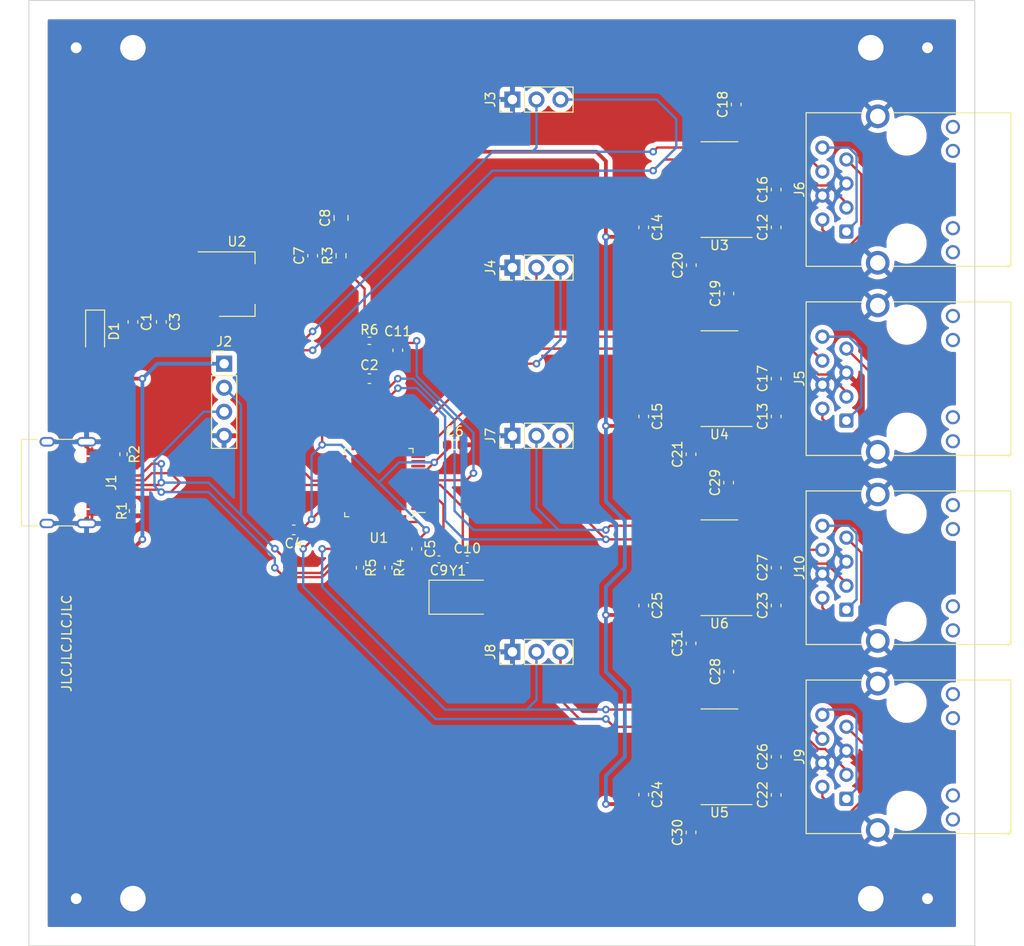
<source format=kicad_pcb>
(kicad_pcb (version 20211014) (generator pcbnew)
  (layers (0 "F.Cu" signal) (31 "B.Cu" signal) (34 "B.Paste" user) (35 "F.Paste" user) (36 "B.SilkS" user "B.Silkscreen") (37 "F.SilkS" user "F.Silkscreen") (38 "B.Mask" user) (39 "F.Mask" user) (44 "Edge.Cuts" user))
  (net 0 "")
  (net 1 "VBUS")
  (net 2 "GND")
  (net 3 "+3.3V")
  (net 4 "Net-(C8-Pad1)")
  (net 5 "/CH344_XI")
  (net 6 "/CH344_XO")
  (net 7 "/CH344_RESET")
  (net 8 "Net-(C12-Pad1)")
  (net 9 "Net-(C12-Pad2)")
  (net 10 "Net-(C16-Pad2)")
  (net 11 "Net-(C17-Pad2)")
  (net 12 "Net-(C13-Pad2)")
  (net 13 "Net-(C21-Pad1)")
  (net 14 "Net-(C23-Pad2)")
  (net 15 "Net-(C22-Pad1)")
  (net 16 "Net-(C13-Pad1)")
  (net 17 "Net-(C22-Pad2)")
  (net 18 "Net-(C26-Pad2)")
  (net 19 "Net-(C16-Pad1)")
  (net 20 "Net-(C17-Pad1)")
  (net 21 "Net-(C27-Pad2)")
  (net 22 "Net-(C18-Pad1)")
  (net 23 "Net-(C26-Pad1)")
  (net 24 "Net-(C19-Pad1)")
  (net 25 "Net-(C29-Pad1)")
  (net 26 "Net-(C20-Pad1)")
  (net 27 "Net-(C30-Pad1)")
  (net 28 "Net-(C27-Pad1)")
  (net 29 "Net-(C28-Pad1)")
  (net 30 "Net-(C23-Pad1)")
  (net 31 "Net-(C31-Pad1)")
  (net 32 "Net-(J1-PadA5)")
  (net 33 "/HOST_DP")
  (net 34 "/HOST_DM")
  (net 36 "Net-(J1-PadB5)")
  (net 38 "Net-(J6-Pad1)")
  (net 39 "/P0_TX")
  (net 40 "/P0_RX")
  (net 41 "/P1_TX")
  (net 42 "/P1_RX")
  (net 43 "/P2_TX")
  (net 44 "/P2_RX")
  (net 45 "Net-(J5-Pad1)")
  (net 46 "/P3_TX")
  (net 47 "/P3_RX")
  (net 48 "/RTS3")
  (net 49 "/CH344_TEST")
  (net 54 "/C1_TX")
  (net 55 "/C0_RX")
  (net 58 "/C2_TX")
  (net 59 "/C2_RX")
  (net 64 "/C0_TX")
  (net 67 "/C3_TX")
  (net 68 "/C3_RX")
  (net 72 "VCC")
  (net 73 "Net-(J6-Pad2)")
  (net 74 "/C1_RX")
  (net 107 "Net-(J5-Pad2)")
  (net 108 "Net-(J9-Pad1)")
  (net 109 "Net-(J9-Pad2)")
  (net 114 "Net-(J10-Pad1)")
  (net 115 "Net-(J10-Pad2)")
  (footprint "Capacitor_SMD:C_0603_1608Metric" (layer "F.Cu") (at 99 40 90)
    (fp_text reference "C16")
    (fp_text value "1uF")
  )
  (footprint "Capacitor_SMD:C_0603_1608Metric" (layer "F.Cu") (at 90.03 48 90)
    (fp_text reference "C20")
    (fp_text value "1uF")
  )
  (footprint "MountingHole:MountingHole_2.7mm_M2.5" (layer "F.Cu") (at 31 115)
    (fp_text reference "REF**" hide)
    (fp_text value "MountingHole_2.7mm_M2.5")
  )
  (footprint "Capacitor_SMD:C_0603_1608Metric" (layer "F.Cu") (at 94 91 90)
    (fp_text reference "C28")
    (fp_text value "1uF")
  )
  (footprint "Capacitor_SMD:C_0603_1608Metric" (layer "F.Cu") (at 65 67)
    (fp_text reference "C6")
    (fp_text value "0.1uF")
  )
  (footprint "Capacitor_SMD:C_0603_1608Metric" (layer "F.Cu") (at 48 76 180)
    (fp_text reference "C4")
    (fp_text value "0.1uF")
  )
  (footprint "Connector_PinHeader_2.54mm:PinHeader_1x03_P2.54mm_Vertical" (layer "F.Cu") (at 71.12 66.04 90)
    (fp_text reference "J7")
    (fp_text value "Conn_01x03_Male")
  )
  (footprint "Package_QFP:LQFP-48_7x7mm_P0.5mm" (layer "F.Cu") (at 57 71 180)
    (fp_text reference "U1")
    (fp_text value "CH344")
  )
  (footprint "Capacitor_SMD:C_0603_1608Metric" (layer "F.Cu") (at 31 54 -90)
    (fp_text reference "C1")
    (fp_text value "10uF")
  )
  (footprint "Resistor_SMD:R_0402_1005Metric" (layer "F.Cu") (at 58 80 -90)
    (fp_text reference "R4")
    (fp_text value "4.7k")
  )
  (footprint "Resistor_SMD:R_0603_1608Metric" (layer "F.Cu") (at 53 47 90)
    (fp_text reference "R3")
    (fp_text value "2")
  )
  (footprint "Capacitor_SMD:C_0603_1608Metric" (layer "F.Cu") (at 99 44 90)
    (fp_text reference "C12")
    (fp_text value "1uF")
  )
  (footprint "Capacitor_SMD:C_0603_1608Metric" (layer "F.Cu") (at 99 64 90)
    (fp_text reference "C13")
    (fp_text value "1uF")
  )
  (footprint "Capacitor_SMD:C_0603_1608Metric" (layer "F.Cu") (at 56 60)
    (fp_text reference "C2")
    (fp_text value "0.1uF")
  )
  (footprint "Capacitor_SMD:C_0603_1608Metric" (layer "F.Cu") (at 34 54 -90)
    (fp_text reference "C3")
    (fp_text value "0.1uF")
  )
  (footprint "MountingHole:MountingHole_2.1mm" (layer "F.Cu") (at 115 25)
    (fp_text reference "REF**" hide)
    (fp_text value "MountingHole_2.1mm")
  )
  (footprint "Capacitor_SMD:C_0603_1608Metric" (layer "F.Cu") (at 59 57 -90)
    (fp_text reference "C11")
    (fp_text value "0.1uF")
  )
  (footprint "Package_TO_SOT_SMD:SOT-223-3_TabPin2" (layer "F.Cu") (at 42 50)
    (fp_text reference "U2")
    (fp_text value "AMS1117-3.3")
  )
  (footprint "Capacitor_SMD:C_0603_1608Metric" (layer "F.Cu") (at 99 84 90)
    (fp_text reference "C23")
    (fp_text value "1uF")
  )
  (footprint "Resistor_SMD:R_0402_1005Metric" (layer "F.Cu") (at 56 56)
    (fp_text reference "R6")
    (fp_text value "4.7k")
  )
  (footprint "Capacitor_SMD:C_0603_1608Metric" (layer "F.Cu") (at 90 68 90)
    (fp_text reference "C21")
    (fp_text value "1uF")
  )
  (footprint "MountingHole:MountingHole_2.7mm_M2.5" (layer "F.Cu") (at 109 115)
    (fp_text reference "REF**" hide)
    (fp_text value "MountingHole_2.7mm_M2.5")
  )
  (footprint "Connector_PinHeader_2.54mm:PinHeader_1x03_P2.54mm_Vertical" (layer "F.Cu") (at 71.12 30.48 90)
    (fp_text reference "J3")
    (fp_text value "Conn_01x03_Male")
  )
  (footprint "Connector_USB:USB_C_Receptacle_XKB_U262-16XN-4BVC11" (layer "F.Cu") (at 23 71 -90)
    (fp_text reference "J1")
    (fp_text value "USB_C_Receptacle_USB2.0")
  )
  (footprint "Capacitor_SMD:C_0402_1005Metric" (layer "F.Cu") (at 66.35 79.115)
    (fp_text reference "C10")
    (fp_text value "22pF")
  )
  (footprint "Connector_PinHeader_2.54mm:PinHeader_1x03_P2.54mm_Vertical" (layer "F.Cu") (at 71.12 48.26 90)
    (fp_text reference "J4")
    (fp_text value "Conn_01x03_Male")
  )
  (footprint "Capacitor_SMD:C_0603_1608Metric" (layer "F.Cu") (at 99 80 90)
    (fp_text reference "C27")
    (fp_text value "1uF")
  )
  (footprint "Capacitor_SMD:C_0603_1608Metric" (layer "F.Cu") (at 99 60 90)
    (fp_text reference "C17")
    (fp_text value "1uF")
  )
  (footprint "Capacitor_SMD:C_0603_1608Metric" (layer "F.Cu") (at 90 108 90)
    (fp_text reference "C30")
    (fp_text value "1uF")
  )
  (footprint "Crystal:Crystal_SMD_5032-2Pin_5.0x3.2mm" (layer "F.Cu") (at 65.35 83.115)
    (fp_text reference "Y1")
    (fp_text value "8MHz")
  )
  (footprint "Capacitor_SMD:C_0603_1608Metric" (layer "F.Cu") (at 90 88 90)
    (fp_text reference "C31")
    (fp_text value "1uF")
  )
  (footprint "MountingHole:MountingHole_2.7mm_M2.5" (layer "F.Cu") (at 109 25)
    (fp_text reference "REF**" hide)
    (fp_text value "MountingHole_2.7mm_M2.5")
  )
  (footprint "Package_SO:SOIC-16_3.9x9.9mm_P1.27mm" (layer "F.Cu") (at 93 40 180)
    (fp_text reference "U3")
    (fp_text value "MAX232")
  )
  (footprint "MountingHole:MountingHole_2.1mm" (layer "F.Cu") (at 25 115)
    (fp_text reference "REF**" hide)
    (fp_text value "MountingHole_2.1mm")
  )
  (footprint "Capacitor_SMD:C_0603_1608Metric" (layer "F.Cu") (at 99 100 90)
    (fp_text reference "C26")
    (fp_text value "1uF")
  )
  (footprint "Connector_PinHeader_2.54mm:PinHeader_1x04_P2.54mm_Vertical" (layer "F.Cu") (at 40.64 58.42)
    (fp_text reference "J2")
    (fp_text value "Conn_01x04_Male")
  )
  (footprint "MountingHole:MountingHole_2.1mm" (layer "F.Cu") (at 25 25)
    (fp_text reference "REF**" hide)
    (fp_text value "MountingHole_2.1mm")
  )
  (footprint "Capacitor_SMD:C_0603_1608Metric" (layer "F.Cu") (at 99 104.025 90)
    (fp_text reference "C22")
    (fp_text value "1uF")
  )
  (footprint "Capacitor_SMD:C_0603_1608Metric" (layer "F.Cu") (at 85 64 -90)
    (fp_text reference "C15")
    (fp_text value "1uF")
  )
  (footprint "Connector_PinHeader_2.54mm:PinHeader_1x03_P2.54mm_Vertical" (layer "F.Cu") (at 71.12 88.9 90)
    (fp_text reference "J8")
    (fp_text value "Conn_01x03_Male")
  )
  (footprint "Resistor_SMD:R_0402_1005Metric" (layer "F.Cu") (at 31 74 90)
    (fp_text reference "R1")
    (fp_text value "5.1k")
  )
  (footprint "Capacitor_SMD:C_0603_1608Metric" (layer "F.Cu") (at 85 104 -90)
    (fp_text reference "C24")
    (fp_text value "1uF")
  )
  (footprint "Resistor_SMD:R_0402_1005Metric" (layer "F.Cu") (at 55 80 -90)
    (fp_text reference "R5")
    (fp_text value "4.7k")
  )
  (footprint "Connector_RJ:RJ45_Hanrun_HR911105A" (layer "F.Cu") (at 106.4275 64.44 90)
    (fp_text reference "J5")
    (fp_text value "RJ45_LED_Shielded")
  )
  (footprint "MountingHole:MountingHole_2.1mm" (layer "F.Cu") (at 115 115)
    (fp_text reference "REF**" hide)
    (fp_text value "MountingHole_2.1mm")
  )
  (footprint "Connector_RJ:RJ45_Hanrun_HR911105A" (layer "F.Cu") (at 106.4275 44.44 90)
    (fp_text reference "J6")
    (fp_text value "RJ45_LED_Shielded")
  )
  (footprint "Capacitor_SMD:C_0603_1608Metric" (layer "F.Cu") (at 94 51 90)
    (fp_text reference "C19")
    (fp_text value "1uF")
  )
  (footprint "Capacitor_SMD:C_0603_1608Metric" (layer "F.Cu") (at 85 44 -90)
    (fp_text reference "C14")
    (fp_text value "1uF")
  )
  (footprint "Capacitor_SMD:C_0402_1005Metric" (layer "F.Cu") (at 63.35 79.115 180)
    (fp_text reference "C9")
    (fp_text value "22pF")
  )
  (footprint "Capacitor_SMD:C_0603_1608Metric" (layer "F.Cu") (at 93.975 71 90)
    (fp_text reference "C29")
    (fp_text value "1uF")
  )
  (footprint "Capacitor_SMD:C_0603_1608Metric" (layer "F.Cu") (at 61 78 -90)
    (fp_text reference "C5")
    (fp_text value "0.1uF")
  )
  (footprint "Package_SO:SOIC-16_3.9x9.9mm_P1.27mm" (layer "F.Cu") (at 93 60 180)
    (fp_text reference "U4")
    (fp_text value "MAX232")
  )
  (footprint "Package_SO:SOIC-16_3.9x9.9mm_P1.27mm" (layer "F.Cu") (at 93 100 180)
    (fp_text reference "U5")
    (fp_text value "MAX232")
  )
  (footprint "Capacitor_SMD:C_0603_1608Metric" (layer "F.Cu") (at 50 47 90)
    (fp_text reference "C7")
    (fp_text value "0.1uF")
  )
  (footprint "Capacitor_SMD:C_0805_2012Metric" (layer "F.Cu") (at 53 43 90)
    (fp_text reference "C8")
    (fp_text value "22uF")
  )
  (footprint "Connector_RJ:RJ45_Hanrun_HR911105A" (layer "F.Cu") (at 106.4275 84.44 90)
    (fp_text reference "J10")
    (fp_text value "RJ45_LED_Shielded")
  )
  (footprint "Capacitor_SMD:C_0603_1608Metric" (layer "F.Cu") (at 94.775 31 90)
    (fp_text reference "C18")
    (fp_text value "1uF")
  )
  (footprint "MountingHole:MountingHole_2.7mm_M2.5" (layer "F.Cu") (at 31 25)
    (fp_text reference "REF**" hide)
    (fp_text value "MountingHole_2.7mm_M2.5")
  )
  (footprint "Connector_RJ:RJ45_Hanrun_HR911105A" (layer "F.Cu") (at 106.4275 104.44 90)
    (fp_text reference "J9")
    (fp_text value "RJ45_LED_Shielded")
  )
  (footprint "Capacitor_SMD:C_0603_1608Metric" (layer "F.Cu") (at 85 84 -90)
    (fp_text reference "C25")
    (fp_text value "1uF")
  )
  (footprint "Resistor_SMD:R_0402_1005Metric" (layer "F.Cu") (at 30 68 -90)
    (fp_text reference "R2")
    (fp_text value "5.1k")
  )
  (footprint "Package_SO:SOIC-16_3.9x9.9mm_P1.27mm" (layer "F.Cu") (at 93 80 180)
    (fp_text reference "U6")
    (fp_text value "MAX232")
  )
  (footprint "Diode_SMD:D_SOD-123" (layer "F.Cu") (at 27 55 -90)
    (fp_text reference "D1")
    (fp_text value "0")
  )
  (gr_rect (start 20 20) (end 120 120) (layer "Edge.Cuts") (width 0.1) (fill none))
  (gr_text "JLCJLCJLCJLC" (at 24 88 90) (layer "F.SilkS") (effects (font (size 1 1))))
  (segment (start 85 64.775) (end 90.195 64.775) (width 0.4) (layer "F.Cu") (net 1))
  (segment (start 30.875 53.35) (end 31 53.225) (width 0.4) (layer "F.Cu") (net 1))
  (segment (start 27 42) (end 33 36) (width 0.4) (layer "F.Cu") (net 1))
  (segment (start 90.525 66.7) (end 90 67.225) (width 0.4) (layer "F.Cu") (net 1))
  (segment (start 85 84.775) (end 85.33 84.445) (width 0.4) (layer "F.Cu") (net 1))
  (segment (start 81 105) (end 84.775 105) (width 0.4) (layer "F.Cu") (net 1))
  (segment (start 90.195 44.775) (end 90.525 44.445) (width 0.4) (layer "F.Cu") (net 1))
  (segment (start 81 37) (end 81 45) (width 0.4) (layer "F.Cu") (net 1))
  (segment (start 34.925 52.3) (end 38.85 52.3) (width 0.4) (layer "F.Cu") (net 1))
  (segment (start 80 36) (end 81 37) (width 0.4) (layer "F.Cu") (net 1))
  (segment (start 84.775 45) (end 85 44.775) (width 0.4) (layer "F.Cu") (net 1))
  (segment (start 85 44.775) (end 90.195 44.775) (width 0.4) (layer "F.Cu") (net 1))
  (segment (start 90.195 104.775) (end 90.525 104.445) (width 0.4) (layer "F.Cu") (net 1))
  (segment (start 84.775 85) (end 85 84.775) (width 0.4) (layer "F.Cu") (net 1))
  (segment (start 81 45) (end 84.775 45) (width 0.4) (layer "F.Cu") (net 1))
  (segment (start 27 53.35) (end 30.875 53.35) (width 0.4) (layer "F.Cu") (net 1))
  (segment (start 34 53.225) (end 31 53.225) (width 0.4) (layer "F.Cu") (net 1))
  (segment (start 81 85) (end 84.775 85) (width 0.4) (layer "F.Cu") (net 1))
  (segment (start 90.03 47.225) (end 90.03 44.94) (width 0.4) (layer "F.Cu") (net 1))
  (segment (start 33 36) (end 80 36) (width 0.4) (layer "F.Cu") (net 1))
  (segment (start 27 53.35) (end 27 42) (width 0.4) (layer "F.Cu") (net 1))
  (segment (start 90 87.225) (end 90 84.97) (width 0.4) (layer "F.Cu") (net 1))
  (segment (start 90.195 64.775) (end 90.525 64.445) (width 0.4) (layer "F.Cu") (net 1))
  (segment (start 81 65) (end 84.775 65) (width 0.4) (layer "F.Cu") (net 1))
  (segment (start 90.03 44.94) (end 90.525 44.445) (width 0.4) (layer "F.Cu") (net 1))
  (segment (start 84.775 65) (end 85 64.775) (width 0.4) (layer "F.Cu") (net 1))
  (segment (start 90.525 64.445) (end 90.525 66.7) (width 0.4) (layer "F.Cu") (net 1))
  (segment (start 90 104.97) (end 90.525 104.445) (width 0.4) (layer "F.Cu") (net 1))
  (segment (start 90 84.97) (end 90.525 84.445) (width 0.4) (layer "F.Cu") (net 1))
  (segment (start 85.33 84.445) (end 90.525 84.445) (width 0.4) (layer "F.Cu") (net 1))
  (segment (start 34 53.225) (end 34.925 52.3) (width 0.4) (layer "F.Cu") (net 1))
  (segment (start 85 104.775) (end 90.195 104.775) (width 0.4) (layer "F.Cu") (net 1))
  (segment (start 90 107.225) (end 90 104.97) (width 0.4) (layer "F.Cu") (net 1))
  (segment (start 84.775 105) (end 85 104.775) (width 0.4) (layer "F.Cu") (net 1))
  (via (at 81 65) (size 0.8) (drill 0.4) (layers "F.Cu" "B.Cu") (net 1))
  (via (at 81 45) (size 0.8) (drill 0.4) (layers "F.Cu" "B.Cu") (net 1))
  (via (at 81 105) (size 0.8) (drill 0.4) (layers "F.Cu" "B.Cu") (net 1))
  (via (at 81 85) (size 0.8) (drill 0.4) (layers "F.Cu" "B.Cu") (net 1))
  (segment (start 83 93) (end 83 100) (width 0.4) (layer "B.Cu") (net 1))
  (segment (start 81 82) (end 81 85) (width 0.4) (layer "B.Cu") (net 1))
  (segment (start 81 85) (end 81 91) (width 0.4) (layer "B.Cu") (net 1))
  (segment (start 83 75) (end 83 80) (width 0.4) (layer "B.Cu") (net 1))
  (segment (start 81 65) (end 81 45) (width 0.4) (layer "B.Cu") (net 1))
  (segment (start 81 65) (end 81 73) (width 0.4) (layer "B.Cu") (net 1))
  (segment (start 83 80) (end 81 82) (width 0.4) (layer "B.Cu") (net 1))
  (segment (start 81 73) (end 83 75) (width 0.4) (layer "B.Cu") (net 1))
  (segment (start 83 100) (end 81 102) (width 0.4) (layer "B.Cu") (net 1))
  (segment (start 81 91) (end 83 93) (width 0.4) (layer "B.Cu") (net 1))
  (segment (start 81 102) (end 81 105) (width 0.4) (layer "B.Cu") (net 1))
  (segment (start 54.75 66.8375) (end 54.75 62.025) (width 0.25) (layer "F.Cu") (net 2))
  (segment (start 56 68) (end 55 68) (width 0.25) (layer "F.Cu") (net 2))
  (segment (start 55 68) (end 54.75 67.75) (width 0.25) (layer "F.Cu") (net 2))
  (segment (start 90.475 103.225) (end 90.525 103.175) (width 0.25) (layer "F.Cu") (net 2))
  (segment (start 85 83.225) (end 90.475 83.225) (width 0.25) (layer "F.Cu") (net 2))
  (segment (start 85 103.225) (end 90.475 103.225) (width 0.25) (layer "F.Cu") (net 2))
  (segment (start 90.475 83.225) (end 90.525 83.175) (width 0.25) (layer "F.Cu") (net 2))
  (segment (start 26.67 74.35) (end 26.67 74.755) (width 0.25) (layer "F.Cu") (net 2))
  (segment (start 85 43.225) (end 90.475 43.225) (width 0.25) (layer "F.Cu") (net 2))
  (segment (start 26.67 74.05) (end 26.67 74.35) (width 0.25) (layer "F.Cu") (net 2))
  (segment (start 62.53 78.775) (end 62.87 79.115) (width 0.25) (layer "F.Cu") (net 2))
  (segment (start 56.25 67.75) (end 56 68) (width 0.25) (layer "F.Cu") (net 2))
  (segment (start 59.304658 71.304658) (end 59 71) (width 0.25) (layer "F.Cu") (net 2))
  (segment (start 26.125 66.68) (end 26.125 67.2) (width 0.25) (layer "F.Cu") (net 2))
  (segment (start 59 71) (end 55 71) (width 0.25) (layer "F.Cu") (net 2))
  (segment (start 53.640685 73.25) (end 55 71.890685) (width 0.25) (layer "F.Cu") (net 2))
  (segment (start 55 71.890685) (end 55 71) (width 0.25) (layer "F.Cu") (net 2))
  (segment (start 54.75 67.75) (end 54.75 66.8375) (width 0.25) (layer "F.Cu") (net 2))
  (segment (start 60.359315 70.25) (end 59.304658 71.304658) (width 0.25) (layer "F.Cu") (net 2))
  (segment (start 26.67 74.755) (end 26.105 75.32) (width 0.25) (layer "F.Cu") (net 2))
  (segment (start 61.1625 70.25) (end 60.359315 70.25) (width 0.25) (layer "F.Cu") (net 2))
  (segment (start 85 63.225) (end 90.475 63.225) (width 0.25) (layer "F.Cu") (net 2))
  (segment (start 90.475 43.225) (end 90.525 43.175) (width 0.25) (layer "F.Cu") (net 2))
  (segment (start 61 78.775) (end 62.53 78.775) (width 0.25) (layer "F.Cu") (net 2))
  (segment (start 54.75 62.025) (end 56.775 60) (width 0.25) (layer "F.Cu") (net 2))
  (segment (start 59.304658 71.304658) (end 59.25 71.359315) (width 0.25) (layer "F.Cu") (net 2))
  (segment (start 90.475 63.225) (end 90.525 63.175) (width 0.25) (layer "F.Cu") (net 2))
  (segment (start 52.8375 73.25) (end 53.640685 73.25) (width 0.25) (layer "F.Cu") (net 2))
  (segment (start 55 71.890685) (end 55 70) (width 0.25) (layer "F.Cu") (net 2))
  (segment (start 59.25 71.359315) (end 59.25 75.1625) (width 0.25) (layer "F.Cu") (net 2))
  (segment (start 21.925 66.68) (end 26.125 66.68) (width 0.25) (layer "F.Cu") (net 2))
  (segment (start 55 70) (end 55 68) (width 0.25) (layer "F.Cu") (net 2))
  (segment (start 21.925 75.32) (end 26.125 75.32) (width 0.25) (layer "F.Cu") (net 2))
  (segment (start 55 71) (end 55 70) (width 0.25) (layer "F.Cu") (net 2))
  (segment (start 56.25 66.8375) (end 56.25 67.75) (width 0.25) (layer "F.Cu") (net 2))
  (segment (start 26.125 67.2) (end 26.725 67.8) (width 0.25) (layer "F.Cu") (net 2))
  (segment (start 26.67 67.65) (end 26.67 67.95) (width 0.25) (layer "F.Cu") (net 2))
  (segment (start 55.225 60) (end 55.49 59.735) (width 0.25) (layer "F.Cu") (net 3))
  (segment (start 53 48) (end 55.49 50.49) (width 0.25) (layer "F.Cu") (net 3))
  (segment (start 61.940185 69.7755) (end 61.2245 69.7755) (width 0.25) (layer "F.Cu") (net 3))
  (segment (start 38.85 50) (end 45.15 50) (width 0.25) (layer "F.Cu") (net 3))
  (segment (start 55.49 50.49) (end 55.49 56) (width 0.25) (layer "F.Cu") (net 3))
  (segment (start 54.25 60.975) (end 54.25 64.75) (width 0.25) (layer "F.Cu") (net 3))
  (segment (start 59.75 75.1625) (end 61.1625 75.1625) (width 0.25) (layer "F.Cu") (net 3))
  (segment (start 54.25 64.75) (end 54.25 66.8375) (width 0.25) (layer "F.Cu") (net 3))
  (segment (start 49.8875 74.8875) (end 48.775 76) (width 0.25) (layer "F.Cu") (net 3))
  (segment (start 47.775 50) (end 50 47.775) (width 0.25) (layer "F.Cu") (net 3))
  (segment (start 64.225 67) (end 64.225 67.490685) (width 0.25) (layer "F.Cu") (net 3))
  (segment (start 51.025 73.75) (end 49.8875 74.8875) (width 0.25) (layer "F.Cu") (net 3))
  (segment (start 54.25 64.75) (end 54 65) (width 0.25) (layer "F.Cu") (net 3))
  (segment (start 55.225 60) (end 54.25 60.975) (width 0.25) (layer "F.Cu") (net 3))
  (segment (start 51 66) (end 51 67) (width 0.25) (layer "F.Cu") (net 3))
  (segment (start 52.8375 73.75) (end 51.025 73.75) (width 0.25) (layer "F.Cu") (net 3))
  (segment (start 62 76.225) (end 61 77.225) (width 0.25) (layer "F.Cu") (net 3))
  (segment (start 52 65) (end 51 66) (width 0.25) (layer "F.Cu") (net 3))
  (segment (start 45.15 50) (end 47.775 50) (width 0.25) (layer "F.Cu") (net 3))
  (segment (start 62 76) (end 62 76.225) (width 0.25) (layer "F.Cu") (net 3))
  (segment (start 52.95 47.775) (end 53 47.825) (width 0.25) (layer "F.Cu") (net 3))
  (segment (start 50 47.775) (end 52.95 47.775) (width 0.25) (layer "F.Cu") (net 3))
  (segment (start 64.225 67.490685) (end 62.857842 68.857842) (width 0.25) (layer "F.Cu") (net 3))
  (segment (start 62.857842 68.857842) (end 61.940185 69.7755) (width 0.25) (layer "F.Cu") (net 3))
  (segment (start 53 47.825) (end 53 48) (width 0.25) (layer "F.Cu") (net 3))
  (segment (start 54 65) (end 52 65) (width 0.25) (layer "F.Cu") (net 3))
  (segment (start 55.49 59.735) (end 55.49 56) (width 0.25) (layer "F.Cu") (net 3))
  (segment (start 61.1625 75.1625) (end 62 76) (width 0.25) (layer "F.Cu") (net 3))
  (via (at 51 67) (size 0.8) (drill 0.4) (layers "F.Cu" "B.Cu") (net 3))
  (via (at 62 76) (size 0.8) (drill 0.4) (layers "F.Cu" "B.Cu") (net 3))
  (via (at 49.8875 74.8875) (size 0.8) (drill 0.4) (layers "F.Cu" "B.Cu") (net 3))
  (via (at 62.857842 68.857842) (size 0.8) (drill 0.4) (layers "F.Cu" "B.Cu") (net 3))
  (segment (start 59.142158 68.857842) (end 62.857842 68.857842) (width 0.25) (layer "B.Cu") (net 3))
  (segment (start 62 76) (end 57 71) (width 0.25) (layer "B.Cu") (net 3))
  (segment (start 57 71) (end 59.142158 68.857842) (width 0.25) (layer "B.Cu") (net 3))
  (segment (start 57 71) (end 53 67) (width 0.25) (layer "B.Cu") (net 3))
  (segment (start 49.8875 68.1125) (end 49.8875 74.8875) (width 0.25) (layer "B.Cu") (net 3))
  (segment (start 51 67) (end 49.8875 68.1125) (width 0.25) (layer "B.Cu") (net 3))
  (segment (start 53 67) (end 51 67) (width 0.25) (layer "B.Cu") (net 3))
  (segment (start 53 46.175) (end 53 43.95) (width 0.25) (layer "F.Cu") (net 4))
  (segment (start 63.5 79.445) (end 63.5 83.115) (width 0.25) (layer "F.Cu") (net 5))
  (segment (start 63.83 73.33) (end 62.225 71.725) (width 0.25) (layer "F.Cu") (net 5))
  (segment (start 63.83 79.115) (end 63.83 73.33) (width 0.25) (layer "F.Cu") (net 5))
  (segment (start 61.1875 71.725) (end 61.1625 71.75) (width 0.25) (layer "F.Cu") (net 5))
  (segment (start 62.225 71.725) (end 61.1875 71.725) (width 0.25) (layer "F.Cu") (net 5))
  (segment (start 63.83 79.115) (end 63.5 79.445) (width 0.25) (layer "F.Cu") (net 5))
  (segment (start 65.87 79.115) (end 65.87 81.785) (width 0.25) (layer "F.Cu") (net 6))
  (segment (start 65.87 81.785) (end 67.2 83.115) (width 0.25) (layer "F.Cu") (net 6))
  (segment (start 63.5 71.25) (end 61.1625 71.25) (width 0.25) (layer "F.Cu") (net 6))
  (segment (start 65.87 79.115) (end 65.87 73.62) (width 0.25) (layer "F.Cu") (net 6))
  (segment (start 65.87 73.62) (end 63.5 71.25) (width 0.25) (layer "F.Cu") (net 6))
  (segment (start 60.775 56.225) (end 61 56) (width 0.25) (layer "F.Cu") (net 7))
  (segment (start 66.25 70.75) (end 61.1625 70.75) (width 0.25) (layer "F.Cu") (net 7))
  (segment (start 58.775 56) (end 59 56.225) (width 0.25) (layer "F.Cu") (net 7))
  (segment (start 56.51 56) (end 58.775 56) (width 0.25) (layer "F.Cu") (net 7))
  (segment (start 59 56.225) (end 60.775 56.225) (width 0.25) (layer "F.Cu") (net 7))
  (segment (start 67 70) (end 66.25 70.75) (width 0.25) (layer "F.Cu") (net 7))
  (via (at 67 70) (size 0.8) (drill 0.4) (layers "F.Cu" "B.Cu") (net 7))
  (via (at 61 56) (size 0.8) (drill 0.4) (layers "F.Cu" "B.Cu") (net 7))
  (segment (start 67 65.727208) (end 61 59.727208) (width 0.25) (layer "B.Cu") (net 7))
  (segment (start 61 59.727208) (end 61 56) (width 0.25) (layer "B.Cu") (net 7))
  (segment (start 67 70) (end 67 65.727208) (width 0.25) (layer "B.Cu") (net 7))
  (segment (start 99 44.775) (end 95.805 44.775) (width 0.25) (layer "F.Cu") (net 8))
  (segment (start 95.805 44.775) (end 95.475 44.445) (width 0.25) (layer "F.Cu") (net 8))
  (segment (start 97.68 41.905) (end 95.475 41.905) (width 0.25) (layer "F.Cu") (net 9))
  (segment (start 99 43.225) (end 97.68 41.905) (width 0.25) (layer "F.Cu") (net 9))
  (segment (start 98.86 39.365) (end 95.475 39.365) (width 0.25) (layer "F.Cu") (net 10))
  (segment (start 99 39.225) (end 98.86 39.365) (width 0.25) (layer "F.Cu") (net 10))
  (segment (start 95.615 59.225) (end 95.475 59.365) (width 0.25) (layer "F.Cu") (net 11))
  (segment (start 99 59.225) (end 95.615 59.225) (width 0.25) (layer "F.Cu") (net 11))
  (segment (start 97.68 61.905) (end 99 63.225) (width 0.25) (layer "F.Cu") (net 12))
  (segment (start 95.475 61.905) (end 97.68 61.905) (width 0.25) (layer "F.Cu") (net 12))
  (segment (start 93 65.775) (end 93 64) (width 0.25) (layer "F.Cu") (net 13))
  (segment (start 93.825 63.175) (end 95.475 63.175) (width 0.25) (layer "F.Cu") (net 13))
  (segment (start 90 68.775) (end 93 65.775) (width 0.25) (layer "F.Cu") (net 13))
  (segment (start 93 64) (end 93.825 63.175) (width 0.25) (layer "F.Cu") (net 13))
  (segment (start 97.68 81.905) (end 99 83.225) (width 0.25) (layer "F.Cu") (net 14))
  (segment (start 95.475 81.905) (end 97.68 81.905) (width 0.25) (layer "F.Cu") (net 14))
  (segment (start 99 104.8) (end 95.83 104.8) (width 0.25) (layer "F.Cu") (net 15))
  (segment (start 95.83 104.8) (end 95.475 104.445) (width 0.25) (layer "F.Cu") (net 15))
  (segment (start 95.805 64.775) (end 95.475 64.445) (width 0.25) (layer "F.Cu") (net 16))
  (segment (start 99 64.775) (end 95.805 64.775) (width 0.25) (layer "F.Cu") (net 16))
  (segment (start 99 103.25) (end 97.655 101.905) (width 0.25) (layer "F.Cu") (net 17))
  (segment (start 97.655 101.905) (end 95.475 101.905) (width 0.25) (layer "F.Cu") (net 17))
  (segment (start 95.615 99.225) (end 95.475 99.365) (width 0.25) (layer "F.Cu") (net 18))
  (segment (start 99 99.225) (end 95.615 99.225) (width 0.25) (layer "F.Cu") (net 18))
  (segment (start 95.615 40.775) (end 95.475 40.635) (width 0.25) (layer "F.Cu") (net 19))
  (segment (start 99 40.775) (end 95.615 40.775) (width 0.25) (layer "F.Cu") (net 19))
  (segment (start 99 60.775) (end 95.615 60.775) (width 0.25) (layer "F.Cu") (net 20))
  (segment (start 95.615 60.775) (end 95.475 60.635) (width 0.25) (layer "F.Cu") (net 20))
  (segment (start 99 79.225) (end 95.615 79.225) (width 0.25) (layer "F.Cu") (net 21))
  (segment (start 95.615 79.225) (end 95.475 79.365) (width 0.25) (layer "F.Cu") (net 21))
  (segment (start 94.175 37.175) (end 95 38) (width 0.25) (layer "F.Cu") (net 22))
  (segment (start 94.175 32.375) (end 94.175 37.175) (width 0.25) (layer "F.Cu") (net 22))
  (segment (start 94.775 31.775) (end 94.175 32.375) (width 0.25) (layer "F.Cu") (net 22))
  (segment (start 99 100.775) (end 95.615 100.775) (width 0.25) (layer "F.Cu") (net 23))
  (segment (start 95.615 100.775) (end 95.475 100.635) (width 0.25) (layer "F.Cu") (net 23))
  (segment (start 94 51.775) (end 94 58) (width 0.25) (layer "F.Cu") (net 24))
  (segment (start 94 58) (end 94.095 58.095) (width 0.25) (layer "F.Cu") (net 24))
  (segment (start 94.095 58.095) (end 95.475 58.095) (width 0.25) (layer "F.Cu") (net 24))
  (segment (start 94 78) (end 93.975 77.975) (width 0.25) (layer "F.Cu") (net 25))
  (segment (start 95.475 78.095) (end 95.098249 78.095) (width 0.25) (layer "F.Cu") (net 25))
  (segment (start 93.975 77.975) (end 93.975 71.775) (width 0.25) (layer "F.Cu") (net 25))
  (segment (start 95.098249 78.095) (end 95.003249 78) (width 0.25) (layer "F.Cu") (net 25))
  (segment (start 95.003249 78) (end 94 78) (width 0.25) (layer "F.Cu") (net 25))
  (segment (start 93.825 43.175) (end 95.475 43.175) (width 0.25) (layer "F.Cu") (net 26))
  (segment (start 90.03 48.775) (end 93 45.805) (width 0.25) (layer "F.Cu") (net 26))
  (segment (start 93 45.805) (end 93 44) (width 0.25) (layer "F.Cu") (net 26))
  (segment (start 93 44) (end 93.825 43.175) (width 0.25) (layer "F.Cu") (net 26))
  (segment (start 90 108.775) (end 93 105.775) (width 0.25) (layer "F.Cu") (net 27))
  (segment (start 93 105.775) (end 93 104) (width 0.25) (layer "F.Cu") (net 27))
  (segment (start 93.825 103.175) (end 95.475 103.175) (width 0.25) (layer "F.Cu") (net 27))
  (segment (start 93 104) (end 93.825 103.175) (width 0.25) (layer "F.Cu") (net 27))
  (segment (start 95.615 80.775) (end 95.475 80.635) (width 0.25) (layer "F.Cu") (net 28))
  (segment (start 99 80.775) (end 95.615 80.775) (width 0.25) (layer "F.Cu") (net 28))
  (segment (start 94 98) (end 94.095 98.095) (width 0.25) (layer "F.Cu") (net 29))
  (segment (start 94.095 98.095) (end 95.475 98.095) (width 0.25) (layer "F.Cu") (net 29))
  (segment (start 94 91.775) (end 94 98) (width 0.25) (layer "F.Cu") (net 29))
  (segment (start 95.805 84.775) (end 95.475 84.445) (width 0.25) (layer "F.Cu") (net 30))
  (segment (start 99 84.775) (end 95.805 84.775) (width 0.25) (layer "F.Cu") (net 30))
  (segment (start 93 85.775) (end 93 84) (width 0.25) (layer "F.Cu") (net 31))
  (segment (start 93 84) (end 93.825 83.175) (width 0.25) (layer "F.Cu") (net 31))
  (segment (start 93.825 83.175) (end 95.475 83.175) (width 0.25) (layer "F.Cu") (net 31))
  (segment (start 90 88.775) (end 93 85.775) (width 0.25) (layer "F.Cu") (net 31))
  (segment (start 30 68.51) (end 28.76 69.75) (width 0.25) (layer "F.Cu") (net 32))
  (segment (start 28.76 69.75) (end 26.725 69.75) (width 0.25) (layer "F.Cu") (net 32))
  (segment (start 32.25 70.75) (end 33 70) (width 0.25) (layer "F.Cu") (net 33))
  (segment (start 35 72) (end 34 72) (width 0.25) (layer "F.Cu") (net 33))
  (segment (start 36 71) (end 35 72) (width 0.25) (layer "F.Cu") (net 33))
  (segment (start 35 70) (end 36 71) (width 0.25) (layer "F.Cu") (net 33))
  (segment (start 51 81) (end 47 81) (width 0.25) (layer "F.Cu") (net 33))
  (segment (start 54 78) (end 51 81) (width 0.25) (layer "F.Cu") (net 33))
  (segment (start 57.25 75.1625) (end 57.25 76.603604) (width 0.25) (layer "F.Cu") (net 33))
  (segment (start 55.853604 78) (end 54 78) (width 0.25) (layer "F.Cu") (net 33))
  (segment (start 26.725 71.75) (end 33.75 71.75) (width 0.25) (layer "F.Cu") (net 33))
  (segment (start 26.725 70.75) (end 32.25 70.75) (width 0.25) (layer "F.Cu") (net 33))
  (segment (start 33 70) (end 35 70) (width 0.25) (layer "F.Cu") (net 33))
  (segment (start 47 81) (end 46 80) (width 0.25) (layer "F.Cu") (net 33))
  (segment (start 33.75 71.75) (end 34 72) (width 0.25) (layer "F.Cu") (net 33))
  (segment (start 57.25 76.603604) (end 55.853604 78) (width 0.25) (layer "F.Cu") (net 33))
  (via (at 34 72) (size 0.8) (drill 0.4) (layers "F.Cu" "B.Cu") (net 33))
  (via (at 46 80) (size 0.8) (drill 0.4) (layers "F.Cu" "B.Cu") (net 33))
  (segment (start 33.9 72) (end 34 72) (width 0.25) (layer "B.Cu") (net 33))
  (segment (start 38.474695 63.5) (end 33.275 68.699695) (width 0.25) (layer "B.Cu") (net 33))
  (segment (start 46 80) (end 46 79) (width 0.25) (layer "B.Cu") (net 33))
  (segment (start 39 72) (end 34 72) (width 0.25) (layer "B.Cu") (net 33))
  (segment (start 33.275 68.699695) (end 33.275 71.375) (width 0.25) (layer "B.Cu") (net 33))
  (segment (start 46 79) (end 39 72) (width 0.25) (layer "B.Cu") (net 33))
  (segment (start 40.64 63.5) (end 38.474695 63.5) (width 0.25) (layer "B.Cu") (net 33))
  (segment (start 33.275 71.375) (end 33.9 72) (width 0.25) (layer "B.Cu") (net 33))
  (segment (start 26.725 70.25) (end 31.75 70.25) (width 0.25) (layer "F.Cu") (net 34))
  (segment (start 53.813604 77.55) (end 50.813604 80.55) (width 0.25) (layer "F.Cu") (net 34))
  (segment (start 47 80) (end 47 78.975402) (width 0.25) (layer "F.Cu") (net 34))
  (segment (start 55.667208 77.55) (end 53.813604 77.55) (width 0.25) (layer "F.Cu") (net 34))
  (segment (start 33 69) (end 34 69) (width 0.25) (layer "F.Cu") (net 34))
  (segment (start 47 78.975402) (end 46.012299 77.987701) (width 0.25) (layer "F.Cu") (net 34))
  (segment (start 31.75 70.25) (end 33 69) (width 0.25) (layer "F.Cu") (net 34))
  (segment (start 33.75 71.25) (end 34 71) (width 0.25) (layer "F.Cu") (net 34))
  (segment (start 47.55 80.55) (end 47 80) (width 0.25) (layer "F.Cu") (net 34))
  (segment (start 56.75 76.467208) (end 55.667208 77.55) (width 0.25) (layer "F.Cu") (net 34))
  (segment (start 56.75 75.1625) (end 56.75 76.467208) (width 0.25) (layer "F.Cu") (net 34))
  (segment (start 50.813604 80.55) (end 47.55 80.55) (width 0.25) (layer "F.Cu") (net 34))
  (segment (start 26.725 71.25) (end 33.75 71.25) (width 0.25) (layer "F.Cu") (net 34))
  (via (at 46.012299 77.987701) (size 0.8) (drill 0.4) (layers "F.Cu" "B.Cu") (net 34))
  (via (at 34 71) (size 0.8) (drill 0.4) (layers "F.Cu" "B.Cu") (net 34))
  (via (at 34 69) (size 0.8) (drill 0.4) (layers "F.Cu" "B.Cu") (net 34))
  (segment (start 46.012299 77.987701) (end 45.987701 77.987701) (width 0.25) (layer "B.Cu") (net 34))
  (segment (start 39 71) (end 34 71) (width 0.25) (layer "B.Cu") (net 34))
  (segment (start 42.42 74.42) (end 39 71) (width 0.25) (layer "B.Cu") (net 34))
  (segment (start 34 69) (end 34 71) (width 0.25) (layer "B.Cu") (net 34))
  (segment (start 42.42 62.74) (end 42.42 74.42) (width 0.25) (layer "B.Cu") (net 34))
  (segment (start 40.64 60.96) (end 42.42 62.74) (width 0.25) (layer "B.Cu") (net 34))
  (segment (start 45.987701 77.987701) (end 42.42 74.42) (width 0.25) (layer "B.Cu") (net 34))
  (segment (start 30.285 72.775) (end 27 72.775) (width 0.25) (layer "F.Cu") (net 36))
  (segment (start 31 73.49) (end 30.285 72.775) (width 0.25) (layer "F.Cu") (net 36))
  (segment (start 103.8875 35.56) (end 106.68778 35.56) (width 0.25) (layer "B.Cu") (net 38))
  (segment (start 107.5025 43.365) (end 106.4275 44.44) (width 0.25) (layer "B.Cu") (net 38))
  (segment (start 107.5025 36.37472) (end 107.5025 43.365) (width 0.25) (layer "B.Cu") (net 38))
  (segment (start 106.68778 35.56) (end 107.5025 36.37472) (width 0.25) (layer "B.Cu") (net 38))
  (segment (start 104.565 39.565) (end 102.565 39.565) (width 0.25) (layer "F.Cu") (net 39))
  (segment (start 106.4275 41.9) (end 106.4275 41.4275) (width 0.25) (layer "F.Cu") (net 39))
  (segment (start 106.4275 41.4275) (end 104.565 39.565) (width 0.25) (layer "F.Cu") (net 39))
  (segment (start 99.825 36.825) (end 95.475 36.825) (width 0.25) (layer "F.Cu") (net 39))
  (segment (start 102.565 39.565) (end 99.825 36.825) (width 0.25) (layer "F.Cu") (net 39))
  (segment (start 101.3425 35.555) (end 95.475 35.555) (width 0.25) (layer "F.Cu") (net 40))
  (segment (start 103.8875 38.1) (end 101.3425 35.555) (width 0.25) (layer "F.Cu") (net 40))
  (segment (start 100.70222 56.825) (end 103.44222 59.565) (width 0.25) (layer "F.Cu") (net 41))
  (segment (start 103.44222 59.565) (end 104.565 59.565) (width 0.25) (layer "F.Cu") (net 41))
  (segment (start 104.565 59.565) (end 106.4275 61.4275) (width 0.25) (layer "F.Cu") (net 41))
  (segment (start 106.4275 61.4275) (end 106.4275 61.9) (width 0.25) (layer "F.Cu") (net 41))
  (segment (start 95.475 56.825) (end 100.70222 56.825) (width 0.25) (layer "F.Cu") (net 41))
  (segment (start 95.475 55.555) (end 101.3425 55.555) (width 0.25) (layer "F.Cu") (net 42))
  (segment (start 101.3425 55.555) (end 103.8875 58.1) (width 0.25) (layer "F.Cu") (net 42))
  (segment (start 106.4275 81.65972) (end 104.33278 79.565) (width 0.25) (layer "F.Cu") (net 43))
  (segment (start 97.852817 76.825) (end 95.475 76.825) (width 0.25) (layer "F.Cu") (net 43))
  (segment (start 104.33278 79.565) (end 100.592817 79.565) (width 0.25) (layer "F.Cu") (net 43))
  (segment (start 100.592817 79.565) (end 97.852817 76.825) (width 0.25) (layer "F.Cu") (net 43))
  (segment (start 106.4275 81.9) (end 106.4275 81.65972) (width 0.25) (layer "F.Cu") (net 43))
  (segment (start 97.555 75.555) (end 95.475 75.555) (width 0.25) (layer "F.Cu") (net 44))
  (segment (start 100.1 78.1) (end 97.555 75.555) (width 0.25) (layer "F.Cu") (net 44))
  (segment (start 103.8875 78.1) (end 100.1 78.1) (width 0.25) (layer "F.Cu") (net 44))
  (segment (start 106.68778 55.56) (end 108 56.87222) (width 0.25) (layer "B.Cu") (net 45))
  (segment (start 103.8875 55.56) (end 106.68778 55.56) (width 0.25) (layer "B.Cu") (net 45))
  (segment (start 108 56.87222) (end 108 62.8675) (width 0.25) (layer "B.Cu") (net 45))
  (segment (start 108 62.8675) (end 106.4275 64.44) (width 0.25) (layer "B.Cu") (net 45))
  (segment (start 103.44222 99.175) (end 104.175 99.175) (width 0.25) (layer "F.Cu") (net 46))
  (segment (start 95.475 96.825) (end 101.09222 96.825) (width 0.25) (layer "F.Cu") (net 46))
  (segment (start 101.09222 96.825) (end 103.44222 99.175) (width 0.25) (layer "F.Cu") (net 46))
  (segment (start 104.175 99.175) (end 106.4275 101.4275) (width 0.25) (layer "F.Cu") (net 46))
  (segment (start 106.4275 101.4275) (end 106.4275 101.9) (width 0.25) (layer "F.Cu") (net 46))
  (segment (start 101.3425 95.555) (end 95.475 95.555) (width 0.25) (layer "F.Cu") (net 47))
  (segment (start 103.8875 98.1) (end 101.3425 95.555) (width 0.25) (layer "F.Cu") (net 47))
  (segment (start 58.25 75.1625) (end 58.25 79.24) (width 0.25) (layer "F.Cu") (net 48))
  (segment (start 58.25 79.24) (end 58 79.49) (width 0.25) (layer "F.Cu") (net 48))
  (segment (start 57.75 76.74) (end 57.75 75.1625) (width 0.25) (layer "F.Cu") (net 49))
  (segment (start 55 79.49) (end 57.75 76.74) (width 0.25) (layer "F.Cu") (net 49))
  (segment (start 71.05625 58.35625) (end 61.1625 68.25) (width 0.25) (layer "F.Cu") (net 54))
  (segment (start 90.525 56.825) (end 72.5875 56.825) (width 0.25) (layer "F.Cu") (net 54))
  (segment (start 71.12 58.42) (end 71.05625 58.35625) (width 0.25) (layer "F.Cu") (net 54))
  (segment (start 73.66 58.42) (end 71.12 58.42) (width 0.25) (layer "F.Cu") (net 54))
  (segment (start 72.5875 56.825) (end 71.05625 58.35625) (width 0.25) (layer "F.Cu") (net 54))
  (via (at 73.66 58.42) (size 0.8) (drill 0.4) (layers "F.Cu" "B.Cu") (net 54))
  (segment (start 76.2 48.26) (end 76.2 55.88) (width 0.25) (layer "B.Cu") (net 54))
  (segment (start 76.2 55.88) (end 73.66 58.42) (width 0.25) (layer "B.Cu") (net 54))
  (segment (start 86.445 35.555) (end 86 36) (width 0.25) (layer "F.Cu") (net 55))
  (segment (start 52.8375 71.25) (end 49.25 71.25) (width 0.25) (layer "F.Cu") (net 55))
  (segment (start 49.25 71.25) (end 47 69) (width 0.25) (layer "F.Cu") (net 55))
  (segment (start 47 69) (end 47 58) (width 0.25) (layer "F.Cu") (net 55))
  (segment (start 47 58) (end 50 55) (width 0.25) (layer "F.Cu") (net 55))
  (segment (start 90.525 35.555) (end 86.445 35.555) (width 0.25) (layer "F.Cu") (net 55))
  (via (at 86 36) (size 0.8) (drill 0.4) (layers "F.Cu" "B.Cu") (net 55))
  (via (at 50 55) (size 0.8) (drill 0.4) (layers "F.Cu" "B.Cu") (net 55))
  (segment (start 50 55) (end 69 36) (width 0.25) (layer "B.Cu") (net 55))
  (segment (start 69 36) (end 70.363604 36) (width 0.25) (layer "B.Cu") (net 55))
  (segment (start 73.22 36) (end 70.363604 36) (width 0.25) (layer "B.Cu") (net 55))
  (segment (start 73.66 35.56) (end 73.22 36) (width 0.25) (layer "B.Cu") (net 55))
  (segment (start 73.66 30.48) (end 73.66 35.56) (width 0.25) (layer "B.Cu") (net 55))
  (segment (start 73.22 36) (end 86 36) (width 0.25) (layer "B.Cu") (net 55))
  (segment (start 80.974695 77) (end 76.2 72.225305) (width 0.25) (layer "F.Cu") (net 58))
  (segment (start 59.012299 61.012299) (end 55.75 64.274598) (width 0.25) (layer "F.Cu") (net 58))
  (segment (start 76.2 72.225305) (end 76.2 66.04) (width 0.25) (layer "F.Cu") (net 58))
  (segment (start 81 77) (end 90.35 77) (width 0.25) (layer "F.Cu") (net 58))
  (segment (start 90.35 77) (end 90.525 76.825) (width 0.25) (layer "F.Cu") (net 58))
  (segment (start 55.75 64.274598) (end 55.75 66.8375) (width 0.25) (layer "F.Cu") (net 58))
  (segment (start 81 77) (end 80.974695 77) (width 0.25) (layer "F.Cu") (net 58))
  (via (at 81 77) (size 0.8) (drill 0.4) (layers "F.Cu" "B.Cu") (net 58))
  (via (at 59.012299 61.012299) (size 0.8) (drill 0.4) (layers "F.Cu" "B.Cu") (net 58))
  (segment (start 64 64) (end 61 61) (width 0.25) (layer "B.Cu") (net 58))
  (segment (start 64 75) (end 64 64) (width 0.25) (layer "B.Cu") (net 58))
  (segment (start 61 61) (end 59.024598 61) (width 0.25) (layer "B.Cu") (net 58))
  (segment (start 66 77) (end 64 75) (width 0.25) (layer "B.Cu") (net 58))
  (segment (start 59.024598 61) (end 59.012299 61.012299) (width 0.25) (layer "B.Cu") (net 58))
  (segment (start 81 77) (end 66 77) (width 0.25) (layer "B.Cu") (net 58))
  (segment (start 59 60) (end 55.25 63.75) (width 0.25) (layer "F.Cu") (net 59))
  (segment (start 81.445 75.555) (end 90.525 75.555) (width 0.25) (layer "F.Cu") (net 59))
  (segment (start 81 76) (end 81.445 75.555) (width 0.25) (layer "F.Cu") (net 59))
  (segment (start 55.25 63.75) (end 55.25 66.8375) (width 0.25) (layer "F.Cu") (net 59))
  (via (at 81 76) (size 0.8) (drill 0.4) (layers "F.Cu" "B.Cu") (net 59))
  (via (at 59 60) (size 0.8) (drill 0.4) (layers "F.Cu" "B.Cu") (net 59))
  (segment (start 65 64.363604) (end 60.636396 60) (width 0.25) (layer "B.Cu") (net 59))
  (segment (start 60.636396 60) (end 59 60) (width 0.25) (layer "B.Cu") (net 59))
  (segment (start 65 74) (end 65 64.363604) (width 0.25) (layer "B.Cu") (net 59))
  (segment (start 73.66 73.66) (end 76 76) (width 0.25) (layer "B.Cu") (net 59))
  (segment (start 73.66 66.04) (end 73.66 73.66) (width 0.25) (layer "B.Cu") (net 59))
  (segment (start 81 76) (end 76 76) (width 0.25) (layer "B.Cu") (net 59))
  (segment (start 67 76) (end 65 74) (width 0.25) (layer "B.Cu") (net 59))
  (segment (start 76 76) (end 67 76) (width 0.25) (layer "B.Cu") (net 59))
  (segment (start 52.8375 70.75) (end 52.034315 70.75) (width 0.25) (layer "F.Cu") (net 64))
  (segment (start 51.984315 70.8) (end 50 70.8) (width 0.25) (layer "F.Cu") (net 64))
  (segment (start 48 58) (end 49 57) (width 0.25) (layer "F.Cu") (net 64))
  (segment (start 90.525 36.825) (end 87.175 36.825) (width 0.25) (layer "F.Cu") (net 64))
  (segment (start 48 68.8) (end 48 58) (width 0.25) (layer "F.Cu") (net 64))
  (segment (start 50 70.8) (end 48 68.8) (width 0.25) (layer "F.Cu") (net 64))
  (segment (start 52.034315 70.75) (end 51.984315 70.8) (width 0.25) (layer "F.Cu") (net 64))
  (segment (start 49 57) (end 50 57) (width 0.25) (layer "F.Cu") (net 64))
  (segment (start 87.175 36.825) (end 86 38) (width 0.25) (layer "F.Cu") (net 64))
  (via (at 86 38) (size 0.8) (drill 0.4) (layers "F.Cu" "B.Cu") (net 64))
  (via (at 50 57) (size 0.8) (drill 0.4) (layers "F.Cu" "B.Cu") (net 64))
  (segment (start 86 38) (end 88.44 35.56) (width 0.25) (layer "B.Cu") (net 64))
  (segment (start 50 57) (end 69 38) (width 0.25) (layer "B.Cu") (net 64))
  (segment (start 86.36 30.48) (end 76.2 30.48) (width 0.25) (layer "B.Cu") (net 64))
  (segment (start 88.44 32.56) (end 86.36 30.48) (width 0.25) (layer "B.Cu") (net 64))
  (segment (start 69 38) (end 86 38) (width 0.25) (layer "B.Cu") (net 64))
  (segment (start 88.44 35.56) (end 88.44 32.56) (width 0.25) (layer "B.Cu") (net 64))
  (segment (start 81 96) (end 81.025305 96) (width 0.25) (layer "F.Cu") (net 67))
  (segment (start 81 96) (end 78.22 96) (width 0.25) (layer "F.Cu") (net 67))
  (segment (start 54.25 75.1625) (end 51.8375 75.1625) (width 0.25) (layer "F.Cu") (net 67))
  (segment (start 81.025305 96) (end 81.850305 96.825) (width 0.25) (layer "F.Cu") (net 67))
  (segment (start 78.22 96) (end 76.2 93.98) (width 0.25) (layer "F.Cu") (net 67))
  (segment (start 51.8375 75.1625) (end 49 78) (width 0.25) (layer "F.Cu") (net 67))
  (segment (start 81.850305 96.825) (end 90.525 96.825) (width 0.25) (layer "F.Cu") (net 67))
  (segment (start 76.2 93.98) (end 76.2 88.9) (width 0.25) (layer "F.Cu") (net 67))
  (via (at 81 96) (size 0.8) (drill 0.4) (layers "F.Cu" "B.Cu") (net 67))
  (via (at 49 78) (size 0.8) (drill 0.4) (layers "F.Cu" "B.Cu") (net 67))
  (segment (start 63 96) (end 49 82) (width 0.25) (layer "B.Cu") (net 67))
  (segment (start 49 82) (end 49 78) (width 0.25) (layer "B.Cu") (net 67))
  (segment (start 81 96) (end 63 96) (width 0.25) (layer "B.Cu") (net 67))
  (segment (start 52.715685 78) (end 51 78) (width 0.25) (layer "F.Cu") (net 68))
  (segment (start 81 95) (end 89.97 95) (width 0.25) (layer "F.Cu") (net 68))
  (segment (start 54.75 75.965685) (end 52.715685 78) (width 0.25) (layer "F.Cu") (net 68))
  (segment (start 89.97 95) (end 90.525 95.555) (width 0.25) (layer "F.Cu") (net 68))
  (segment (start 54.75 75.1625) (end 54.75 75.965685) (width 0.25) (layer "F.Cu") (net 68))
  (via (at 51 78) (size 0.8) (drill 0.4) (layers "F.Cu" "B.Cu") (net 68))
  (via (at 81 95) (size 0.8) (drill 0.4) (layers "F.Cu" "B.Cu") (net 68))
  (segment (start 72.64 95) (end 73.66 93.98) (width 0.25) (layer "B.Cu") (net 68))
  (segment (start 74.68 95) (end 72.64 95) (width 0.25) (layer "B.Cu") (net 68))
  (segment (start 72.64 95) (end 64 95) (width 0.25) (layer "B.Cu") (net 68))
  (segment (start 81 95) (end 74.68 95) (width 0.25) (layer "B.Cu") (net 68))
  (segment (start 51 82) (end 51 78) (width 0.25) (layer "B.Cu") (net 68))
  (segment (start 73.66 93.98) (end 73.66 88.9) (width 0.25) (layer "B.Cu") (net 68))
  (segment (start 64 95) (end 51 82) (width 0.25) (layer "B.Cu") (net 68))
  (segment (start 26.67 73.25) (end 26.67 73.55) (width 0.25) (layer "F.Cu") (net 72))
  (segment (start 29 74) (end 28.4 73.4) (width 0.4) (layer "F.Cu") (net 72))
  (segment (start 29 68) (end 29 63) (width 0.4) (layer "F.Cu") (net 72))
  (segment (start 27 58) (end 29 60) (width 0.4) (layer "F.Cu") (net 72))
  (segment (start 27 56.65) (end 27 58) (width 0.4) (layer "F.Cu") (net 72))
  (segment (start 28.4 68.6) (end 29 68) (width 0.4) (layer "F.Cu") (net 72))
  (segment (start 30 78) (end 29 77) (width 0.4) (layer "F.Cu") (net 72))
  (segment (start 28.4 73.4) (end 26.725 73.4) (width 0.4) (layer "F.Cu") (net 72))
  (segment (start 29 77) (end 29 74) (width 0.4) (layer "F.Cu") (net 72))
  (segment (start 31 78) (end 30 78) (width 0.4) (layer "F.Cu") (net 72))
  (segment (start 27 61) (end 27 56.65) (width 0.4) (layer "F.Cu") (net 72))
  (segment (start 32 77) (end 31 78) (width 0.4) (layer "F.Cu") (net 72))
  (segment (start 26.67 68.45) (end 26.67 68.75) (width 0.25) (layer "F.Cu") (net 72))
  (segment (start 29 60) (end 32 60) (width 0.4) (layer "F.Cu") (net 72))
  (segment (start 26.725 68.6) (end 28.4 68.6) (width 0.4) (layer "F.Cu") (net 72))
  (segment (start 29 63) (end 27 61) (width 0.4) (layer "F.Cu") (net 72))
  (via (at 32 60) (size 0.8) (drill 0.4) (layers "F.Cu" "B.Cu") (net 72))
  (via (at 32 77) (size 0.8) (drill 0.4) (layers "F.Cu" "B.Cu") (net 72))
  (segment (start 32 60) (end 33.58 58.42) (width 0.4) (layer "B.Cu") (net 72))
  (segment (start 32 77) (end 32 60) (width 0.4) (layer "B.Cu") (net 72))
  (segment (start 33.58 58.42) (end 40.64 58.42) (width 0.4) (layer "B.Cu") (net 72))
  (segment (start 105.64684 46) (end 106.68038 46) (width 0.25) (layer "F.Cu") (net 73))
  (segment (start 103.8875 43.18) (end 103.8875 44.24066) (width 0.25) (layer "F.Cu") (net 73))
  (segment (start 108 44.68038) (end 108 38.3925) (width 0.25) (layer "F.Cu") (net 73))
  (segment (start 108 38.3925) (end 106.4275 36.82) (width 0.25) (layer "F.Cu") (net 73))
  (segment (start 103.8875 44.24066) (end 105.64684 46) (width 0.25) (layer "F.Cu") (net 73))
  (segment (start 106.68038 46) (end 108 44.68038) (width 0.25) (layer "F.Cu") (net 73))
  (segment (start 71.0325 55.555) (end 73.66 52.9275) (width 0.25) (layer "F.Cu") (net 74))
  (segment (start 71.0325 55.555) (end 59.75 66.8375) (width 0.25) (layer "F.Cu") (net 74))
  (segment (start 73.66 52.9275) (end 73.66 48.26) (width 0.25) (layer "F.Cu") (net 74))
  (segment (start 90.525 55.555) (end 71.0325 55.555) (width 0.25) (layer "F.Cu") (net 74))
  (segment (start 103.8875 64.24066) (end 105.64684 66) (width 0.25) (layer "F.Cu") (net 107))
  (segment (start 103.8875 63.18) (end 103.8875 64.24066) (width 0.25) (layer "F.Cu") (net 107))
  (segment (start 105.64684 66) (end 107 66) (width 0.25) (layer "F.Cu") (net 107))
  (segment (start 109 64) (end 109 59.3925) (width 0.25) (layer "F.Cu") (net 107))
  (segment (start 109 59.3925) (end 106.4275 56.82) (width 0.25) (layer "F.Cu") (net 107))
  (segment (start 107 66) (end 109 64) (width 0.25) (layer "F.Cu") (net 107))
  (segment (start 107.5025 103.365) (end 107.5025 95.5025) (width 0.25) (layer "B.Cu") (net 108))
  (segment (start 106.4275 104.44) (end 107.5025 103.365) (width 0.25) (layer "B.Cu") (net 108))
  (segment (start 104.4475 95) (end 103.8875 95.56) (width 0.25) (layer "B.Cu") (net 108))
  (segment (start 107.5025 95.5025) (end 107 95) (width 0.25) (layer "B.Cu") (net 108))
  (segment (start 107 95) (end 104.4475 95) (width 0.25) (layer "B.Cu") (net 108))
  (segment (start 109 103.68038) (end 109 99.3925) (width 0.25) (layer "F.Cu") (net 109))
  (segment (start 103.8875 103.18) (end 103.8875 104.24066) (width 0.25) (layer "F.Cu") (net 109))
  (segment (start 103.8875 104.24066) (end 105.64684 106) (width 0.25) (layer "F.Cu") (net 109))
  (segment (start 109 99.3925) (end 106.4275 96.82) (width 0.25) (layer "F.Cu") (net 109))
  (segment (start 105.64684 106) (end 106.68038 106) (width 0.25) (layer "F.Cu") (net 109))
  (segment (start 106.68038 106) (end 109 103.68038) (width 0.25) (layer "F.Cu") (net 109))
  (segment (start 107.5025 83.365) (end 107.5025 76.37472) (width 0.25) (layer "B.Cu") (net 114))
  (segment (start 106.68778 75.56) (end 103.8875 75.56) (width 0.25) (layer "B.Cu") (net 114))
  (segment (start 107.5025 76.37472) (end 106.68778 75.56) (width 0.25) (layer "B.Cu") (net 114))
  (segment (start 106.4275 84.44) (end 107.5025 83.365) (width 0.25) (layer "B.Cu") (net 114))
  (segment (start 108 78.3925) (end 106.4275 76.82) (width 0.25) (layer "F.Cu") (net 115))
  (segment (start 103.8875 83.18) (end 103.8875 84.24066) (width 0.25) (layer "F.Cu") (net 115))
  (segment (start 103.8875 84.24066) (end 105.64684 86) (width 0.25) (layer "F.Cu") (net 115))
  (segment (start 105.64684 86) (end 107 86) (width 0.25) (layer "F.Cu") (net 115))
  (segment (start 107 86) (end 108 85) (width 0.25) (layer "F.Cu") (net 115))
  (segment (start 108 85) (end 108 78.3925) (width 0.25) (layer "F.Cu") (net 115))
  (zone (net 2) (net_name "GND") (layers F&B.Cu) (connect_pads (clearance 0.508)) (min_thickness 0.254) (fill yes (thermal_gap 0.508) (thermal_bridge_width 0.508))
    (polygon (pts (xy 118 118) (xy 22 118) (xy 22 22) (xy 118 22)))
  )
)
</source>
